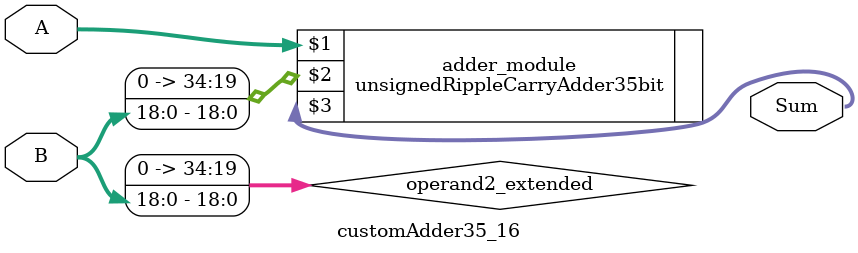
<source format=v>
module customAdder35_16(
                        input [34 : 0] A,
                        input [18 : 0] B,
                        
                        output [35 : 0] Sum
                );

        wire [34 : 0] operand2_extended;
        
        assign operand2_extended =  {16'b0, B};
        
        unsignedRippleCarryAdder35bit adder_module(
            A,
            operand2_extended,
            Sum
        );
        
        endmodule
        
</source>
